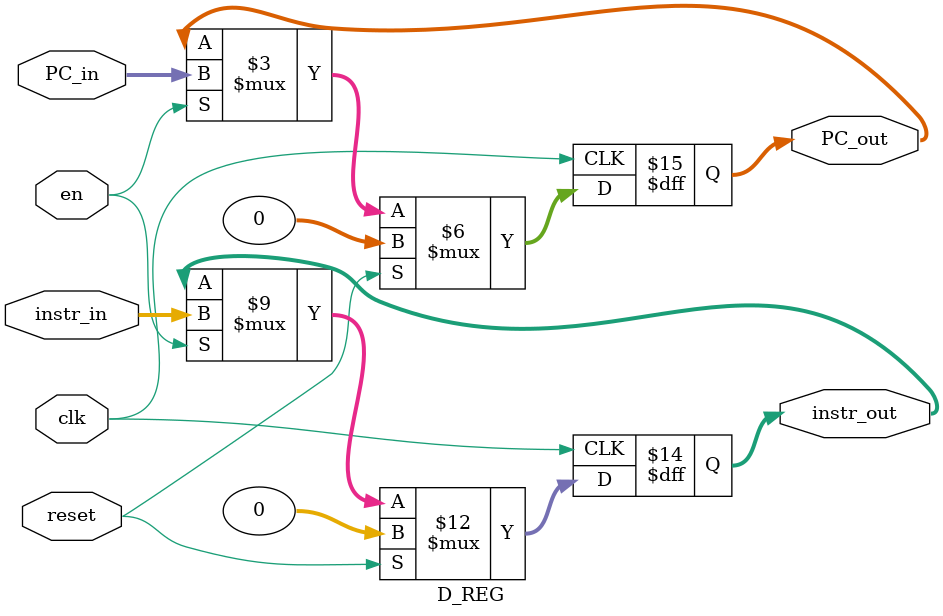
<source format=v>
module D_REG (
    input clk,
    input reset,
    input en,
    input [31:0] instr_in,
    input [31:0] PC_in,

    output reg [31:0] instr_out,
    output reg [31:0] PC_out
);

    always @(posedge clk) begin
        if(reset) begin
            instr_out <= 0;
            PC_out <= 0;
        end
        else if(en) begin
            instr_out <= instr_in;
            PC_out <= PC_in;
        end 
        else begin
            instr_out <= instr_out;
            PC_out <= PC_out;
        end
    end    
endmodule
</source>
